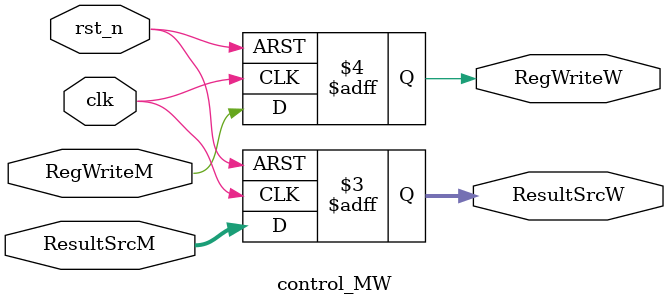
<source format=v>
module control_MW (
    input clk, rst_n, RegWriteM,
    input [1:0] ResultSrcM,
    output reg [1:0] ResultSrcW,
    output reg RegWriteW
);
    always @(posedge clk or negedge rst_n) begin
        if (~rst_n) begin
            RegWriteW <= 0;
            ResultSrcW <= 0;
        end
        else begin
            RegWriteW <= RegWriteM;
            ResultSrcW <= ResultSrcM;
        end
    end
endmodule
</source>
